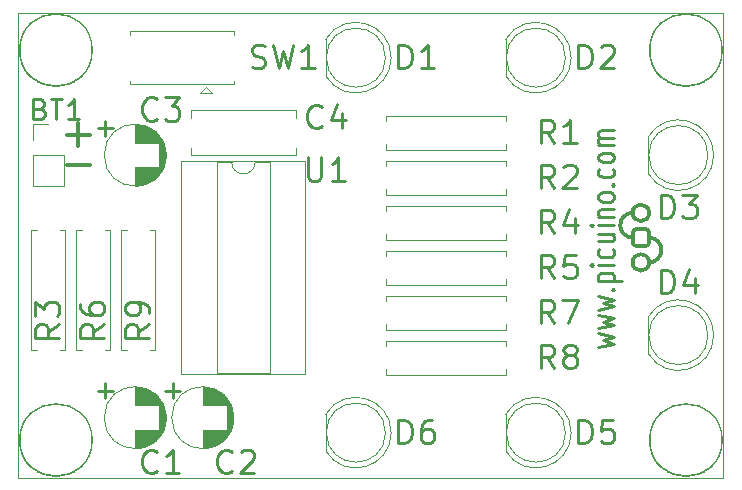
<source format=gbr>
%TF.GenerationSoftware,KiCad,Pcbnew,(5.1.12)-1*%
%TF.CreationDate,2022-03-14T19:12:09+01:00*%
%TF.ProjectId,electronic-pcb-luces-led,656c6563-7472-4696-932d-7063622d6c75,R3*%
%TF.SameCoordinates,PX3072580PY3072580*%
%TF.FileFunction,Legend,Top*%
%TF.FilePolarity,Positive*%
%FSLAX46Y46*%
G04 Gerber Fmt 4.6, Leading zero omitted, Abs format (unit mm)*
G04 Created by KiCad (PCBNEW (5.1.12)-1) date 2022-03-14 19:12:09*
%MOMM*%
%LPD*%
G01*
G04 APERTURE LIST*
%ADD10C,0.300000*%
%ADD11C,0.120000*%
%ADD12C,0.127000*%
%ADD13C,0.250000*%
%ADD14C,6.000000*%
%ADD15R,1.600000X1.600000*%
%ADD16C,1.600000*%
%ADD17C,2.000000*%
%ADD18R,1.800000X1.800000*%
%ADD19C,1.800000*%
%ADD20O,2.400000X1.600000*%
%ADD21R,2.400000X1.600000*%
%ADD22O,2.200000X3.500000*%
%ADD23O,1.500000X2.500000*%
%ADD24R,1.500000X2.500000*%
%ADD25O,1.700000X1.700000*%
%ADD26R,1.700000X1.700000*%
G04 APERTURE END LIST*
D10*
X4127619Y-10338571D02*
X6032380Y-10338571D01*
X5080000Y-11290952D02*
X5080000Y-9386190D01*
X4127619Y-12878571D02*
X6032380Y-12878571D01*
D11*
X59690000Y-39370000D02*
X59690000Y0D01*
X0Y-39370000D02*
X59690000Y-39370000D01*
X0Y-39370000D02*
X0Y0D01*
X59690000Y0D02*
X0Y0D01*
D12*
%TO.C,M3*%
X59563000Y-36195000D02*
G75*
G03*
X59563000Y-36195000I-3048000J0D01*
G01*
X59563000Y-36195000D02*
X58039000Y-33528000D01*
X58039000Y-38862000D02*
X59563000Y-36195000D01*
X54991000Y-38862000D02*
X58039000Y-38862000D01*
X53467000Y-36195000D02*
X54991000Y-38862000D01*
X54991000Y-33528000D02*
X53467000Y-36195000D01*
X58039000Y-33528000D02*
X54991000Y-33528000D01*
X59086554Y-36195000D02*
G75*
G03*
X59086554Y-36195000I-2571554J0D01*
G01*
X58039000Y-36195000D02*
G75*
G03*
X58039000Y-36195000I-1524000J0D01*
G01*
X6223000Y-36195000D02*
G75*
G03*
X6223000Y-36195000I-3048000J0D01*
G01*
X6223000Y-36195000D02*
X4699000Y-33528000D01*
X4699000Y-38862000D02*
X6223000Y-36195000D01*
X1651000Y-38862000D02*
X4699000Y-38862000D01*
X127000Y-36195000D02*
X1651000Y-38862000D01*
X1651000Y-33528000D02*
X127000Y-36195000D01*
X4699000Y-33528000D02*
X1651000Y-33528000D01*
X5746554Y-36195000D02*
G75*
G03*
X5746554Y-36195000I-2571554J0D01*
G01*
X4699000Y-36195000D02*
G75*
G03*
X4699000Y-36195000I-1524000J0D01*
G01*
X6223000Y-3175000D02*
G75*
G03*
X6223000Y-3175000I-3048000J0D01*
G01*
X6223000Y-3175000D02*
X4699000Y-508000D01*
X4699000Y-5842000D02*
X6223000Y-3175000D01*
X1651000Y-5842000D02*
X4699000Y-5842000D01*
X127000Y-3175000D02*
X1651000Y-5842000D01*
X1651000Y-508000D02*
X127000Y-3175000D01*
X4699000Y-508000D02*
X1651000Y-508000D01*
X5746554Y-3175000D02*
G75*
G03*
X5746554Y-3175000I-2571554J0D01*
G01*
X4699000Y-3175000D02*
G75*
G03*
X4699000Y-3175000I-1524000J0D01*
G01*
X59563000Y-3175000D02*
G75*
G03*
X59563000Y-3175000I-3048000J0D01*
G01*
X59563000Y-3175000D02*
X58039000Y-508000D01*
X58039000Y-5842000D02*
X59563000Y-3175000D01*
X54991000Y-5842000D02*
X58039000Y-5842000D01*
X53467000Y-3175000D02*
X54991000Y-5842000D01*
X54991000Y-508000D02*
X53467000Y-3175000D01*
X58039000Y-508000D02*
X54991000Y-508000D01*
X59086554Y-3175000D02*
G75*
G03*
X59086554Y-3175000I-2571554J0D01*
G01*
X58039000Y-3175000D02*
G75*
G03*
X58039000Y-3175000I-1524000J0D01*
G01*
D11*
%TO.C,C1*%
X12491000Y-34006000D02*
X12491000Y-34574000D01*
X12451000Y-33772000D02*
X12451000Y-34808000D01*
X12411000Y-33613000D02*
X12411000Y-34967000D01*
X12371000Y-33485000D02*
X12371000Y-35095000D01*
X12331000Y-33375000D02*
X12331000Y-35205000D01*
X12291000Y-33279000D02*
X12291000Y-35301000D01*
X12251000Y-33192000D02*
X12251000Y-35388000D01*
X12211000Y-33112000D02*
X12211000Y-35468000D01*
X12171000Y-33039000D02*
X12171000Y-35541000D01*
X12131000Y-32971000D02*
X12131000Y-35609000D01*
X12091000Y-32907000D02*
X12091000Y-35673000D01*
X12051000Y-32847000D02*
X12051000Y-35733000D01*
X12011000Y-32790000D02*
X12011000Y-35790000D01*
X11971000Y-32736000D02*
X11971000Y-35844000D01*
X11931000Y-32685000D02*
X11931000Y-35895000D01*
X11891000Y-35330000D02*
X11891000Y-35943000D01*
X11891000Y-32637000D02*
X11891000Y-33250000D01*
X11851000Y-35330000D02*
X11851000Y-35989000D01*
X11851000Y-32591000D02*
X11851000Y-33250000D01*
X11811000Y-35330000D02*
X11811000Y-36033000D01*
X11811000Y-32547000D02*
X11811000Y-33250000D01*
X11771000Y-35330000D02*
X11771000Y-36075000D01*
X11771000Y-32505000D02*
X11771000Y-33250000D01*
X11731000Y-35330000D02*
X11731000Y-36116000D01*
X11731000Y-32464000D02*
X11731000Y-33250000D01*
X11691000Y-35330000D02*
X11691000Y-36154000D01*
X11691000Y-32426000D02*
X11691000Y-33250000D01*
X11651000Y-35330000D02*
X11651000Y-36191000D01*
X11651000Y-32389000D02*
X11651000Y-33250000D01*
X11611000Y-35330000D02*
X11611000Y-36227000D01*
X11611000Y-32353000D02*
X11611000Y-33250000D01*
X11571000Y-35330000D02*
X11571000Y-36261000D01*
X11571000Y-32319000D02*
X11571000Y-33250000D01*
X11531000Y-35330000D02*
X11531000Y-36294000D01*
X11531000Y-32286000D02*
X11531000Y-33250000D01*
X11491000Y-35330000D02*
X11491000Y-36325000D01*
X11491000Y-32255000D02*
X11491000Y-33250000D01*
X11451000Y-35330000D02*
X11451000Y-36355000D01*
X11451000Y-32225000D02*
X11451000Y-33250000D01*
X11411000Y-35330000D02*
X11411000Y-36385000D01*
X11411000Y-32195000D02*
X11411000Y-33250000D01*
X11371000Y-35330000D02*
X11371000Y-36412000D01*
X11371000Y-32168000D02*
X11371000Y-33250000D01*
X11331000Y-35330000D02*
X11331000Y-36439000D01*
X11331000Y-32141000D02*
X11331000Y-33250000D01*
X11291000Y-35330000D02*
X11291000Y-36465000D01*
X11291000Y-32115000D02*
X11291000Y-33250000D01*
X11251000Y-35330000D02*
X11251000Y-36490000D01*
X11251000Y-32090000D02*
X11251000Y-33250000D01*
X11211000Y-35330000D02*
X11211000Y-36514000D01*
X11211000Y-32066000D02*
X11211000Y-33250000D01*
X11171000Y-35330000D02*
X11171000Y-36537000D01*
X11171000Y-32043000D02*
X11171000Y-33250000D01*
X11131000Y-35330000D02*
X11131000Y-36558000D01*
X11131000Y-32022000D02*
X11131000Y-33250000D01*
X11091000Y-35330000D02*
X11091000Y-36580000D01*
X11091000Y-32000000D02*
X11091000Y-33250000D01*
X11051000Y-35330000D02*
X11051000Y-36600000D01*
X11051000Y-31980000D02*
X11051000Y-33250000D01*
X11011000Y-35330000D02*
X11011000Y-36619000D01*
X11011000Y-31961000D02*
X11011000Y-33250000D01*
X10971000Y-35330000D02*
X10971000Y-36638000D01*
X10971000Y-31942000D02*
X10971000Y-33250000D01*
X10931000Y-35330000D02*
X10931000Y-36655000D01*
X10931000Y-31925000D02*
X10931000Y-33250000D01*
X10891000Y-35330000D02*
X10891000Y-36672000D01*
X10891000Y-31908000D02*
X10891000Y-33250000D01*
X10851000Y-35330000D02*
X10851000Y-36688000D01*
X10851000Y-31892000D02*
X10851000Y-33250000D01*
X10811000Y-35330000D02*
X10811000Y-36704000D01*
X10811000Y-31876000D02*
X10811000Y-33250000D01*
X10771000Y-35330000D02*
X10771000Y-36718000D01*
X10771000Y-31862000D02*
X10771000Y-33250000D01*
X10731000Y-35330000D02*
X10731000Y-36732000D01*
X10731000Y-31848000D02*
X10731000Y-33250000D01*
X10691000Y-35330000D02*
X10691000Y-36745000D01*
X10691000Y-31835000D02*
X10691000Y-33250000D01*
X10651000Y-35330000D02*
X10651000Y-36758000D01*
X10651000Y-31822000D02*
X10651000Y-33250000D01*
X10611000Y-35330000D02*
X10611000Y-36770000D01*
X10611000Y-31810000D02*
X10611000Y-33250000D01*
X10570000Y-35330000D02*
X10570000Y-36781000D01*
X10570000Y-31799000D02*
X10570000Y-33250000D01*
X10530000Y-35330000D02*
X10530000Y-36791000D01*
X10530000Y-31789000D02*
X10530000Y-33250000D01*
X10490000Y-35330000D02*
X10490000Y-36801000D01*
X10490000Y-31779000D02*
X10490000Y-33250000D01*
X10450000Y-35330000D02*
X10450000Y-36810000D01*
X10450000Y-31770000D02*
X10450000Y-33250000D01*
X10410000Y-35330000D02*
X10410000Y-36818000D01*
X10410000Y-31762000D02*
X10410000Y-33250000D01*
X10370000Y-35330000D02*
X10370000Y-36826000D01*
X10370000Y-31754000D02*
X10370000Y-33250000D01*
X10330000Y-35330000D02*
X10330000Y-36833000D01*
X10330000Y-31747000D02*
X10330000Y-33250000D01*
X10290000Y-35330000D02*
X10290000Y-36840000D01*
X10290000Y-31740000D02*
X10290000Y-33250000D01*
X10250000Y-35330000D02*
X10250000Y-36846000D01*
X10250000Y-31734000D02*
X10250000Y-33250000D01*
X10210000Y-35330000D02*
X10210000Y-36851000D01*
X10210000Y-31729000D02*
X10210000Y-33250000D01*
X10170000Y-35330000D02*
X10170000Y-36855000D01*
X10170000Y-31725000D02*
X10170000Y-33250000D01*
X10130000Y-35330000D02*
X10130000Y-36859000D01*
X10130000Y-31721000D02*
X10130000Y-33250000D01*
X10090000Y-35330000D02*
X10090000Y-36863000D01*
X10090000Y-31717000D02*
X10090000Y-33250000D01*
X10050000Y-35330000D02*
X10050000Y-36866000D01*
X10050000Y-31714000D02*
X10050000Y-33250000D01*
X10010000Y-35330000D02*
X10010000Y-36868000D01*
X10010000Y-31712000D02*
X10010000Y-33250000D01*
X9970000Y-35330000D02*
X9970000Y-36869000D01*
X9970000Y-31711000D02*
X9970000Y-33250000D01*
X9930000Y-31710000D02*
X9930000Y-33250000D01*
X9930000Y-35330000D02*
X9930000Y-36870000D01*
X9890000Y-31710000D02*
X9890000Y-33250000D01*
X9890000Y-35330000D02*
X9890000Y-36870000D01*
X12510000Y-34290000D02*
G75*
G03*
X12510000Y-34290000I-2620000J0D01*
G01*
D13*
X7366000Y-31369000D02*
X7366000Y-32639000D01*
X8001000Y-32004000D02*
X6731000Y-32004000D01*
D11*
%TO.C,R3*%
X1580000Y-28565000D02*
X1100000Y-28565000D01*
X1100000Y-28565000D02*
X1100000Y-18425000D01*
X1100000Y-18425000D02*
X1580000Y-18425000D01*
X3500000Y-28565000D02*
X3980000Y-28565000D01*
X3980000Y-28565000D02*
X3980000Y-18425000D01*
X3980000Y-18425000D02*
X3500000Y-18425000D01*
%TO.C,R1*%
X41265000Y-11120000D02*
X41265000Y-11600000D01*
X41265000Y-11600000D02*
X31125000Y-11600000D01*
X31125000Y-11600000D02*
X31125000Y-11120000D01*
X41265000Y-9200000D02*
X41265000Y-8720000D01*
X41265000Y-8720000D02*
X31125000Y-8720000D01*
X31125000Y-8720000D02*
X31125000Y-9200000D01*
D10*
%TO.C,Picuino_Logo_B6*%
X53406040Y-18651220D02*
X53406040Y-19448780D01*
X53103780Y-19751040D02*
X52306220Y-19751040D01*
X53403500Y-21150580D02*
G75*
G03*
X53403500Y-21150580I-698500J0D01*
G01*
X52306220Y-18348960D02*
X53103780Y-18348960D01*
X52003960Y-19448780D02*
X52003960Y-18651220D01*
X53403500Y-16949420D02*
G75*
G03*
X53403500Y-16949420I-698500J0D01*
G01*
X50952400Y-17998440D02*
G75*
G03*
X52003960Y-19050000I1051560J0D01*
G01*
X52003960Y-19448780D02*
G75*
G03*
X52306220Y-19751040I302260J0D01*
G01*
X53406040Y-18651220D02*
G75*
G03*
X53103780Y-18348960I-302260J0D01*
G01*
X52003960Y-16949420D02*
G75*
G03*
X50954940Y-17998440I0J-1049020D01*
G01*
X53406040Y-21150580D02*
G75*
G03*
X54455060Y-20101560I0J1049020D01*
G01*
X54457600Y-20101560D02*
G75*
G03*
X53406040Y-19050000I-1051560J0D01*
G01*
X53103780Y-19751040D02*
G75*
G03*
X53406040Y-19448780I0J302260D01*
G01*
X52306220Y-18348960D02*
G75*
G03*
X52003960Y-18651220I0J-302260D01*
G01*
D11*
%TO.C,C2*%
X18206000Y-34006000D02*
X18206000Y-34574000D01*
X18166000Y-33772000D02*
X18166000Y-34808000D01*
X18126000Y-33613000D02*
X18126000Y-34967000D01*
X18086000Y-33485000D02*
X18086000Y-35095000D01*
X18046000Y-33375000D02*
X18046000Y-35205000D01*
X18006000Y-33279000D02*
X18006000Y-35301000D01*
X17966000Y-33192000D02*
X17966000Y-35388000D01*
X17926000Y-33112000D02*
X17926000Y-35468000D01*
X17886000Y-33039000D02*
X17886000Y-35541000D01*
X17846000Y-32971000D02*
X17846000Y-35609000D01*
X17806000Y-32907000D02*
X17806000Y-35673000D01*
X17766000Y-32847000D02*
X17766000Y-35733000D01*
X17726000Y-32790000D02*
X17726000Y-35790000D01*
X17686000Y-32736000D02*
X17686000Y-35844000D01*
X17646000Y-32685000D02*
X17646000Y-35895000D01*
X17606000Y-35330000D02*
X17606000Y-35943000D01*
X17606000Y-32637000D02*
X17606000Y-33250000D01*
X17566000Y-35330000D02*
X17566000Y-35989000D01*
X17566000Y-32591000D02*
X17566000Y-33250000D01*
X17526000Y-35330000D02*
X17526000Y-36033000D01*
X17526000Y-32547000D02*
X17526000Y-33250000D01*
X17486000Y-35330000D02*
X17486000Y-36075000D01*
X17486000Y-32505000D02*
X17486000Y-33250000D01*
X17446000Y-35330000D02*
X17446000Y-36116000D01*
X17446000Y-32464000D02*
X17446000Y-33250000D01*
X17406000Y-35330000D02*
X17406000Y-36154000D01*
X17406000Y-32426000D02*
X17406000Y-33250000D01*
X17366000Y-35330000D02*
X17366000Y-36191000D01*
X17366000Y-32389000D02*
X17366000Y-33250000D01*
X17326000Y-35330000D02*
X17326000Y-36227000D01*
X17326000Y-32353000D02*
X17326000Y-33250000D01*
X17286000Y-35330000D02*
X17286000Y-36261000D01*
X17286000Y-32319000D02*
X17286000Y-33250000D01*
X17246000Y-35330000D02*
X17246000Y-36294000D01*
X17246000Y-32286000D02*
X17246000Y-33250000D01*
X17206000Y-35330000D02*
X17206000Y-36325000D01*
X17206000Y-32255000D02*
X17206000Y-33250000D01*
X17166000Y-35330000D02*
X17166000Y-36355000D01*
X17166000Y-32225000D02*
X17166000Y-33250000D01*
X17126000Y-35330000D02*
X17126000Y-36385000D01*
X17126000Y-32195000D02*
X17126000Y-33250000D01*
X17086000Y-35330000D02*
X17086000Y-36412000D01*
X17086000Y-32168000D02*
X17086000Y-33250000D01*
X17046000Y-35330000D02*
X17046000Y-36439000D01*
X17046000Y-32141000D02*
X17046000Y-33250000D01*
X17006000Y-35330000D02*
X17006000Y-36465000D01*
X17006000Y-32115000D02*
X17006000Y-33250000D01*
X16966000Y-35330000D02*
X16966000Y-36490000D01*
X16966000Y-32090000D02*
X16966000Y-33250000D01*
X16926000Y-35330000D02*
X16926000Y-36514000D01*
X16926000Y-32066000D02*
X16926000Y-33250000D01*
X16886000Y-35330000D02*
X16886000Y-36537000D01*
X16886000Y-32043000D02*
X16886000Y-33250000D01*
X16846000Y-35330000D02*
X16846000Y-36558000D01*
X16846000Y-32022000D02*
X16846000Y-33250000D01*
X16806000Y-35330000D02*
X16806000Y-36580000D01*
X16806000Y-32000000D02*
X16806000Y-33250000D01*
X16766000Y-35330000D02*
X16766000Y-36600000D01*
X16766000Y-31980000D02*
X16766000Y-33250000D01*
X16726000Y-35330000D02*
X16726000Y-36619000D01*
X16726000Y-31961000D02*
X16726000Y-33250000D01*
X16686000Y-35330000D02*
X16686000Y-36638000D01*
X16686000Y-31942000D02*
X16686000Y-33250000D01*
X16646000Y-35330000D02*
X16646000Y-36655000D01*
X16646000Y-31925000D02*
X16646000Y-33250000D01*
X16606000Y-35330000D02*
X16606000Y-36672000D01*
X16606000Y-31908000D02*
X16606000Y-33250000D01*
X16566000Y-35330000D02*
X16566000Y-36688000D01*
X16566000Y-31892000D02*
X16566000Y-33250000D01*
X16526000Y-35330000D02*
X16526000Y-36704000D01*
X16526000Y-31876000D02*
X16526000Y-33250000D01*
X16486000Y-35330000D02*
X16486000Y-36718000D01*
X16486000Y-31862000D02*
X16486000Y-33250000D01*
X16446000Y-35330000D02*
X16446000Y-36732000D01*
X16446000Y-31848000D02*
X16446000Y-33250000D01*
X16406000Y-35330000D02*
X16406000Y-36745000D01*
X16406000Y-31835000D02*
X16406000Y-33250000D01*
X16366000Y-35330000D02*
X16366000Y-36758000D01*
X16366000Y-31822000D02*
X16366000Y-33250000D01*
X16326000Y-35330000D02*
X16326000Y-36770000D01*
X16326000Y-31810000D02*
X16326000Y-33250000D01*
X16285000Y-35330000D02*
X16285000Y-36781000D01*
X16285000Y-31799000D02*
X16285000Y-33250000D01*
X16245000Y-35330000D02*
X16245000Y-36791000D01*
X16245000Y-31789000D02*
X16245000Y-33250000D01*
X16205000Y-35330000D02*
X16205000Y-36801000D01*
X16205000Y-31779000D02*
X16205000Y-33250000D01*
X16165000Y-35330000D02*
X16165000Y-36810000D01*
X16165000Y-31770000D02*
X16165000Y-33250000D01*
X16125000Y-35330000D02*
X16125000Y-36818000D01*
X16125000Y-31762000D02*
X16125000Y-33250000D01*
X16085000Y-35330000D02*
X16085000Y-36826000D01*
X16085000Y-31754000D02*
X16085000Y-33250000D01*
X16045000Y-35330000D02*
X16045000Y-36833000D01*
X16045000Y-31747000D02*
X16045000Y-33250000D01*
X16005000Y-35330000D02*
X16005000Y-36840000D01*
X16005000Y-31740000D02*
X16005000Y-33250000D01*
X15965000Y-35330000D02*
X15965000Y-36846000D01*
X15965000Y-31734000D02*
X15965000Y-33250000D01*
X15925000Y-35330000D02*
X15925000Y-36851000D01*
X15925000Y-31729000D02*
X15925000Y-33250000D01*
X15885000Y-35330000D02*
X15885000Y-36855000D01*
X15885000Y-31725000D02*
X15885000Y-33250000D01*
X15845000Y-35330000D02*
X15845000Y-36859000D01*
X15845000Y-31721000D02*
X15845000Y-33250000D01*
X15805000Y-35330000D02*
X15805000Y-36863000D01*
X15805000Y-31717000D02*
X15805000Y-33250000D01*
X15765000Y-35330000D02*
X15765000Y-36866000D01*
X15765000Y-31714000D02*
X15765000Y-33250000D01*
X15725000Y-35330000D02*
X15725000Y-36868000D01*
X15725000Y-31712000D02*
X15725000Y-33250000D01*
X15685000Y-35330000D02*
X15685000Y-36869000D01*
X15685000Y-31711000D02*
X15685000Y-33250000D01*
X15645000Y-31710000D02*
X15645000Y-33250000D01*
X15645000Y-35330000D02*
X15645000Y-36870000D01*
X15605000Y-31710000D02*
X15605000Y-33250000D01*
X15605000Y-35330000D02*
X15605000Y-36870000D01*
X18225000Y-34290000D02*
G75*
G03*
X18225000Y-34290000I-2620000J0D01*
G01*
D13*
X13081000Y-31369000D02*
X13081000Y-32639000D01*
X13716000Y-32004000D02*
X12446000Y-32004000D01*
%TO.C,C3*%
X8001000Y-9779000D02*
X6731000Y-9779000D01*
X7366000Y-9144000D02*
X7366000Y-10414000D01*
D11*
X12510000Y-12065000D02*
G75*
G03*
X12510000Y-12065000I-2620000J0D01*
G01*
X9890000Y-13105000D02*
X9890000Y-14645000D01*
X9890000Y-9485000D02*
X9890000Y-11025000D01*
X9930000Y-13105000D02*
X9930000Y-14645000D01*
X9930000Y-9485000D02*
X9930000Y-11025000D01*
X9970000Y-9486000D02*
X9970000Y-11025000D01*
X9970000Y-13105000D02*
X9970000Y-14644000D01*
X10010000Y-9487000D02*
X10010000Y-11025000D01*
X10010000Y-13105000D02*
X10010000Y-14643000D01*
X10050000Y-9489000D02*
X10050000Y-11025000D01*
X10050000Y-13105000D02*
X10050000Y-14641000D01*
X10090000Y-9492000D02*
X10090000Y-11025000D01*
X10090000Y-13105000D02*
X10090000Y-14638000D01*
X10130000Y-9496000D02*
X10130000Y-11025000D01*
X10130000Y-13105000D02*
X10130000Y-14634000D01*
X10170000Y-9500000D02*
X10170000Y-11025000D01*
X10170000Y-13105000D02*
X10170000Y-14630000D01*
X10210000Y-9504000D02*
X10210000Y-11025000D01*
X10210000Y-13105000D02*
X10210000Y-14626000D01*
X10250000Y-9509000D02*
X10250000Y-11025000D01*
X10250000Y-13105000D02*
X10250000Y-14621000D01*
X10290000Y-9515000D02*
X10290000Y-11025000D01*
X10290000Y-13105000D02*
X10290000Y-14615000D01*
X10330000Y-9522000D02*
X10330000Y-11025000D01*
X10330000Y-13105000D02*
X10330000Y-14608000D01*
X10370000Y-9529000D02*
X10370000Y-11025000D01*
X10370000Y-13105000D02*
X10370000Y-14601000D01*
X10410000Y-9537000D02*
X10410000Y-11025000D01*
X10410000Y-13105000D02*
X10410000Y-14593000D01*
X10450000Y-9545000D02*
X10450000Y-11025000D01*
X10450000Y-13105000D02*
X10450000Y-14585000D01*
X10490000Y-9554000D02*
X10490000Y-11025000D01*
X10490000Y-13105000D02*
X10490000Y-14576000D01*
X10530000Y-9564000D02*
X10530000Y-11025000D01*
X10530000Y-13105000D02*
X10530000Y-14566000D01*
X10570000Y-9574000D02*
X10570000Y-11025000D01*
X10570000Y-13105000D02*
X10570000Y-14556000D01*
X10611000Y-9585000D02*
X10611000Y-11025000D01*
X10611000Y-13105000D02*
X10611000Y-14545000D01*
X10651000Y-9597000D02*
X10651000Y-11025000D01*
X10651000Y-13105000D02*
X10651000Y-14533000D01*
X10691000Y-9610000D02*
X10691000Y-11025000D01*
X10691000Y-13105000D02*
X10691000Y-14520000D01*
X10731000Y-9623000D02*
X10731000Y-11025000D01*
X10731000Y-13105000D02*
X10731000Y-14507000D01*
X10771000Y-9637000D02*
X10771000Y-11025000D01*
X10771000Y-13105000D02*
X10771000Y-14493000D01*
X10811000Y-9651000D02*
X10811000Y-11025000D01*
X10811000Y-13105000D02*
X10811000Y-14479000D01*
X10851000Y-9667000D02*
X10851000Y-11025000D01*
X10851000Y-13105000D02*
X10851000Y-14463000D01*
X10891000Y-9683000D02*
X10891000Y-11025000D01*
X10891000Y-13105000D02*
X10891000Y-14447000D01*
X10931000Y-9700000D02*
X10931000Y-11025000D01*
X10931000Y-13105000D02*
X10931000Y-14430000D01*
X10971000Y-9717000D02*
X10971000Y-11025000D01*
X10971000Y-13105000D02*
X10971000Y-14413000D01*
X11011000Y-9736000D02*
X11011000Y-11025000D01*
X11011000Y-13105000D02*
X11011000Y-14394000D01*
X11051000Y-9755000D02*
X11051000Y-11025000D01*
X11051000Y-13105000D02*
X11051000Y-14375000D01*
X11091000Y-9775000D02*
X11091000Y-11025000D01*
X11091000Y-13105000D02*
X11091000Y-14355000D01*
X11131000Y-9797000D02*
X11131000Y-11025000D01*
X11131000Y-13105000D02*
X11131000Y-14333000D01*
X11171000Y-9818000D02*
X11171000Y-11025000D01*
X11171000Y-13105000D02*
X11171000Y-14312000D01*
X11211000Y-9841000D02*
X11211000Y-11025000D01*
X11211000Y-13105000D02*
X11211000Y-14289000D01*
X11251000Y-9865000D02*
X11251000Y-11025000D01*
X11251000Y-13105000D02*
X11251000Y-14265000D01*
X11291000Y-9890000D02*
X11291000Y-11025000D01*
X11291000Y-13105000D02*
X11291000Y-14240000D01*
X11331000Y-9916000D02*
X11331000Y-11025000D01*
X11331000Y-13105000D02*
X11331000Y-14214000D01*
X11371000Y-9943000D02*
X11371000Y-11025000D01*
X11371000Y-13105000D02*
X11371000Y-14187000D01*
X11411000Y-9970000D02*
X11411000Y-11025000D01*
X11411000Y-13105000D02*
X11411000Y-14160000D01*
X11451000Y-10000000D02*
X11451000Y-11025000D01*
X11451000Y-13105000D02*
X11451000Y-14130000D01*
X11491000Y-10030000D02*
X11491000Y-11025000D01*
X11491000Y-13105000D02*
X11491000Y-14100000D01*
X11531000Y-10061000D02*
X11531000Y-11025000D01*
X11531000Y-13105000D02*
X11531000Y-14069000D01*
X11571000Y-10094000D02*
X11571000Y-11025000D01*
X11571000Y-13105000D02*
X11571000Y-14036000D01*
X11611000Y-10128000D02*
X11611000Y-11025000D01*
X11611000Y-13105000D02*
X11611000Y-14002000D01*
X11651000Y-10164000D02*
X11651000Y-11025000D01*
X11651000Y-13105000D02*
X11651000Y-13966000D01*
X11691000Y-10201000D02*
X11691000Y-11025000D01*
X11691000Y-13105000D02*
X11691000Y-13929000D01*
X11731000Y-10239000D02*
X11731000Y-11025000D01*
X11731000Y-13105000D02*
X11731000Y-13891000D01*
X11771000Y-10280000D02*
X11771000Y-11025000D01*
X11771000Y-13105000D02*
X11771000Y-13850000D01*
X11811000Y-10322000D02*
X11811000Y-11025000D01*
X11811000Y-13105000D02*
X11811000Y-13808000D01*
X11851000Y-10366000D02*
X11851000Y-11025000D01*
X11851000Y-13105000D02*
X11851000Y-13764000D01*
X11891000Y-10412000D02*
X11891000Y-11025000D01*
X11891000Y-13105000D02*
X11891000Y-13718000D01*
X11931000Y-10460000D02*
X11931000Y-13670000D01*
X11971000Y-10511000D02*
X11971000Y-13619000D01*
X12011000Y-10565000D02*
X12011000Y-13565000D01*
X12051000Y-10622000D02*
X12051000Y-13508000D01*
X12091000Y-10682000D02*
X12091000Y-13448000D01*
X12131000Y-10746000D02*
X12131000Y-13384000D01*
X12171000Y-10814000D02*
X12171000Y-13316000D01*
X12211000Y-10887000D02*
X12211000Y-13243000D01*
X12251000Y-10967000D02*
X12251000Y-13163000D01*
X12291000Y-11054000D02*
X12291000Y-13076000D01*
X12331000Y-11150000D02*
X12331000Y-12980000D01*
X12371000Y-11260000D02*
X12371000Y-12870000D01*
X12411000Y-11388000D02*
X12411000Y-12742000D01*
X12451000Y-11547000D02*
X12451000Y-12583000D01*
X12491000Y-11781000D02*
X12491000Y-12349000D01*
%TO.C,R5*%
X31125000Y-20150000D02*
X31125000Y-20630000D01*
X41265000Y-20150000D02*
X31125000Y-20150000D01*
X41265000Y-20630000D02*
X41265000Y-20150000D01*
X31125000Y-23030000D02*
X31125000Y-22550000D01*
X41265000Y-23030000D02*
X31125000Y-23030000D01*
X41265000Y-22550000D02*
X41265000Y-23030000D01*
%TO.C,R6*%
X5390000Y-28565000D02*
X4910000Y-28565000D01*
X4910000Y-28565000D02*
X4910000Y-18425000D01*
X4910000Y-18425000D02*
X5390000Y-18425000D01*
X7310000Y-28565000D02*
X7790000Y-28565000D01*
X7790000Y-28565000D02*
X7790000Y-18425000D01*
X7790000Y-18425000D02*
X7310000Y-18425000D01*
%TO.C,R7*%
X31125000Y-23960000D02*
X31125000Y-24440000D01*
X41265000Y-23960000D02*
X31125000Y-23960000D01*
X41265000Y-24440000D02*
X41265000Y-23960000D01*
X31125000Y-26840000D02*
X31125000Y-26360000D01*
X41265000Y-26840000D02*
X31125000Y-26840000D01*
X41265000Y-26360000D02*
X41265000Y-26840000D01*
%TO.C,R8*%
X41265000Y-30170000D02*
X41265000Y-30650000D01*
X41265000Y-30650000D02*
X31125000Y-30650000D01*
X31125000Y-30650000D02*
X31125000Y-30170000D01*
X41265000Y-28250000D02*
X41265000Y-27770000D01*
X41265000Y-27770000D02*
X31125000Y-27770000D01*
X31125000Y-27770000D02*
X31125000Y-28250000D01*
%TO.C,R9*%
X11600000Y-18425000D02*
X11120000Y-18425000D01*
X11600000Y-28565000D02*
X11600000Y-18425000D01*
X11120000Y-28565000D02*
X11600000Y-28565000D01*
X8720000Y-18425000D02*
X9200000Y-18425000D01*
X8720000Y-28565000D02*
X8720000Y-18425000D01*
X9200000Y-28565000D02*
X8720000Y-28565000D01*
%TO.C,R4*%
X31125000Y-16340000D02*
X31125000Y-16820000D01*
X41265000Y-16340000D02*
X31125000Y-16340000D01*
X41265000Y-16820000D02*
X41265000Y-16340000D01*
X31125000Y-19220000D02*
X31125000Y-18740000D01*
X41265000Y-19220000D02*
X31125000Y-19220000D01*
X41265000Y-18740000D02*
X41265000Y-19220000D01*
%TO.C,D1*%
X31075000Y-3810000D02*
G75*
G03*
X31075000Y-3810000I-2500000J0D01*
G01*
X26015000Y-2265000D02*
X26015000Y-5355000D01*
X31565000Y-3810462D02*
G75*
G03*
X26015000Y-2265170I-2990000J462D01*
G01*
X31565000Y-3809538D02*
G75*
G02*
X26015000Y-5354830I-2990000J-462D01*
G01*
%TO.C,D2*%
X46315000Y-3810000D02*
G75*
G03*
X46315000Y-3810000I-2500000J0D01*
G01*
X41255000Y-2265000D02*
X41255000Y-5355000D01*
X46805000Y-3810462D02*
G75*
G03*
X41255000Y-2265170I-2990000J462D01*
G01*
X46805000Y-3809538D02*
G75*
G02*
X41255000Y-5354830I-2990000J-462D01*
G01*
%TO.C,D3*%
X53320000Y-10520000D02*
X53320000Y-13610000D01*
X58380000Y-12065000D02*
G75*
G03*
X58380000Y-12065000I-2500000J0D01*
G01*
X58870000Y-12064538D02*
G75*
G02*
X53320000Y-13609830I-2990000J-462D01*
G01*
X58870000Y-12065462D02*
G75*
G03*
X53320000Y-10520170I-2990000J462D01*
G01*
%TO.C,D4*%
X58380000Y-27305000D02*
G75*
G03*
X58380000Y-27305000I-2500000J0D01*
G01*
X53320000Y-25760000D02*
X53320000Y-28850000D01*
X58870000Y-27305462D02*
G75*
G03*
X53320000Y-25760170I-2990000J462D01*
G01*
X58870000Y-27304538D02*
G75*
G02*
X53320000Y-28849830I-2990000J-462D01*
G01*
%TO.C,D5*%
X41255000Y-34015000D02*
X41255000Y-37105000D01*
X46315000Y-35560000D02*
G75*
G03*
X46315000Y-35560000I-2500000J0D01*
G01*
X46805000Y-35559538D02*
G75*
G02*
X41255000Y-37104830I-2990000J-462D01*
G01*
X46805000Y-35560462D02*
G75*
G03*
X41255000Y-34015170I-2990000J462D01*
G01*
%TO.C,D6*%
X26015000Y-34015000D02*
X26015000Y-37105000D01*
X31075000Y-35560000D02*
G75*
G03*
X31075000Y-35560000I-2500000J0D01*
G01*
X31565000Y-35559538D02*
G75*
G02*
X26015000Y-37104830I-2990000J-462D01*
G01*
X31565000Y-35560462D02*
G75*
G03*
X26015000Y-34015170I-2990000J462D01*
G01*
%TO.C,U1*%
X24300000Y-12580000D02*
X13800000Y-12580000D01*
X24300000Y-30600000D02*
X24300000Y-12580000D01*
X13800000Y-30600000D02*
X24300000Y-30600000D01*
X13800000Y-12580000D02*
X13800000Y-30600000D01*
X21300000Y-12640000D02*
X20050000Y-12640000D01*
X21300000Y-30540000D02*
X21300000Y-12640000D01*
X16800000Y-30540000D02*
X21300000Y-30540000D01*
X16800000Y-12640000D02*
X16800000Y-30540000D01*
X18050000Y-12640000D02*
X16800000Y-12640000D01*
X20050000Y-12640000D02*
G75*
G02*
X18050000Y-12640000I-1000000J0D01*
G01*
%TO.C,R2*%
X31125000Y-12530000D02*
X31125000Y-13010000D01*
X41265000Y-12530000D02*
X31125000Y-12530000D01*
X41265000Y-13010000D02*
X41265000Y-12530000D01*
X31125000Y-15410000D02*
X31125000Y-14930000D01*
X41265000Y-15410000D02*
X31125000Y-15410000D01*
X41265000Y-14930000D02*
X41265000Y-15410000D01*
%TO.C,SW1*%
X18285000Y-6070000D02*
X9465000Y-6070000D01*
X9465000Y-6070000D02*
X9465000Y-5760000D01*
X9465000Y-1550000D02*
X18285000Y-1550000D01*
X18285000Y-5760000D02*
X18285000Y-6070000D01*
X18285000Y-1550000D02*
X18285000Y-1860000D01*
X9465000Y-1550000D02*
X9465000Y-1860000D01*
X16375000Y-6770000D02*
X15875000Y-6270000D01*
X15875000Y-6270000D02*
X15375000Y-6770000D01*
X15375000Y-6770000D02*
X16375000Y-6770000D01*
%TO.C,BT1*%
X1210000Y-9465000D02*
X2540000Y-9465000D01*
X1210000Y-10795000D02*
X1210000Y-9465000D01*
X1210000Y-12065000D02*
X3870000Y-12065000D01*
X3870000Y-12065000D02*
X3870000Y-14665000D01*
X1210000Y-12065000D02*
X1210000Y-14665000D01*
X1210000Y-14665000D02*
X3870000Y-14665000D01*
%TO.C,C4*%
X23495000Y-11430000D02*
X23495000Y-12065000D01*
X23495000Y-12065000D02*
X14605000Y-12065000D01*
X14605000Y-12065000D02*
X14605000Y-11430000D01*
X14605000Y-8890000D02*
X14605000Y-8255000D01*
X14605000Y-8255000D02*
X23495000Y-8255000D01*
X23495000Y-8255000D02*
X23495000Y-8890000D01*
%TO.C,C1*%
D13*
X11731666Y-38814285D02*
X11636428Y-38909523D01*
X11350714Y-39004761D01*
X11160238Y-39004761D01*
X10874523Y-38909523D01*
X10684047Y-38719047D01*
X10588809Y-38528571D01*
X10493571Y-38147619D01*
X10493571Y-37861904D01*
X10588809Y-37480952D01*
X10684047Y-37290476D01*
X10874523Y-37100000D01*
X11160238Y-37004761D01*
X11350714Y-37004761D01*
X11636428Y-37100000D01*
X11731666Y-37195238D01*
X13636428Y-39004761D02*
X12493571Y-39004761D01*
X13065000Y-39004761D02*
X13065000Y-37004761D01*
X12874523Y-37290476D01*
X12684047Y-37480952D01*
X12493571Y-37576190D01*
%TO.C,R3*%
X3444761Y-26368333D02*
X2492380Y-27035000D01*
X3444761Y-27511190D02*
X1444761Y-27511190D01*
X1444761Y-26749285D01*
X1540000Y-26558809D01*
X1635238Y-26463571D01*
X1825714Y-26368333D01*
X2111428Y-26368333D01*
X2301904Y-26463571D01*
X2397142Y-26558809D01*
X2492380Y-26749285D01*
X2492380Y-27511190D01*
X1444761Y-25701666D02*
X1444761Y-24463571D01*
X2206666Y-25130238D01*
X2206666Y-24844523D01*
X2301904Y-24654047D01*
X2397142Y-24558809D01*
X2587619Y-24463571D01*
X3063809Y-24463571D01*
X3254285Y-24558809D01*
X3349523Y-24654047D01*
X3444761Y-24844523D01*
X3444761Y-25415952D01*
X3349523Y-25606428D01*
X3254285Y-25701666D01*
%TO.C,R1*%
X45386666Y-11064761D02*
X44720000Y-10112380D01*
X44243809Y-11064761D02*
X44243809Y-9064761D01*
X45005714Y-9064761D01*
X45196190Y-9160000D01*
X45291428Y-9255238D01*
X45386666Y-9445714D01*
X45386666Y-9731428D01*
X45291428Y-9921904D01*
X45196190Y-10017142D01*
X45005714Y-10112380D01*
X44243809Y-10112380D01*
X47291428Y-11064761D02*
X46148571Y-11064761D01*
X46720000Y-11064761D02*
X46720000Y-9064761D01*
X46529523Y-9350476D01*
X46339047Y-9540952D01*
X46148571Y-9636190D01*
%TO.C,Picuino_Logo_B6*%
X49101428Y-28300000D02*
X50434761Y-28014285D01*
X49482380Y-27728571D01*
X50434761Y-27442857D01*
X49101428Y-27157142D01*
X49101428Y-26728571D02*
X50434761Y-26442857D01*
X49482380Y-26157142D01*
X50434761Y-25871428D01*
X49101428Y-25585714D01*
X49101428Y-25157142D02*
X50434761Y-24871428D01*
X49482380Y-24585714D01*
X50434761Y-24300000D01*
X49101428Y-24014285D01*
X50244285Y-23442857D02*
X50339523Y-23371428D01*
X50434761Y-23442857D01*
X50339523Y-23514285D01*
X50244285Y-23442857D01*
X50434761Y-23442857D01*
X49101428Y-22728571D02*
X51101428Y-22728571D01*
X49196666Y-22728571D02*
X49101428Y-22585714D01*
X49101428Y-22300000D01*
X49196666Y-22157142D01*
X49291904Y-22085714D01*
X49482380Y-22014285D01*
X50053809Y-22014285D01*
X50244285Y-22085714D01*
X50339523Y-22157142D01*
X50434761Y-22300000D01*
X50434761Y-22585714D01*
X50339523Y-22728571D01*
X50434761Y-21371428D02*
X49101428Y-21371428D01*
X48434761Y-21371428D02*
X48530000Y-21442857D01*
X48625238Y-21371428D01*
X48530000Y-21300000D01*
X48434761Y-21371428D01*
X48625238Y-21371428D01*
X50339523Y-20014285D02*
X50434761Y-20157142D01*
X50434761Y-20442857D01*
X50339523Y-20585714D01*
X50244285Y-20657142D01*
X50053809Y-20728571D01*
X49482380Y-20728571D01*
X49291904Y-20657142D01*
X49196666Y-20585714D01*
X49101428Y-20442857D01*
X49101428Y-20157142D01*
X49196666Y-20014285D01*
X49101428Y-18728571D02*
X50434761Y-18728571D01*
X49101428Y-19371428D02*
X50149047Y-19371428D01*
X50339523Y-19300000D01*
X50434761Y-19157142D01*
X50434761Y-18942857D01*
X50339523Y-18800000D01*
X50244285Y-18728571D01*
X50434761Y-18014285D02*
X49101428Y-18014285D01*
X48434761Y-18014285D02*
X48530000Y-18085714D01*
X48625238Y-18014285D01*
X48530000Y-17942857D01*
X48434761Y-18014285D01*
X48625238Y-18014285D01*
X49101428Y-17300000D02*
X50434761Y-17300000D01*
X49291904Y-17300000D02*
X49196666Y-17228571D01*
X49101428Y-17085714D01*
X49101428Y-16871428D01*
X49196666Y-16728571D01*
X49387142Y-16657142D01*
X50434761Y-16657142D01*
X50434761Y-15728571D02*
X50339523Y-15871428D01*
X50244285Y-15942857D01*
X50053809Y-16014285D01*
X49482380Y-16014285D01*
X49291904Y-15942857D01*
X49196666Y-15871428D01*
X49101428Y-15728571D01*
X49101428Y-15514285D01*
X49196666Y-15371428D01*
X49291904Y-15300000D01*
X49482380Y-15228571D01*
X50053809Y-15228571D01*
X50244285Y-15300000D01*
X50339523Y-15371428D01*
X50434761Y-15514285D01*
X50434761Y-15728571D01*
X50244285Y-14585714D02*
X50339523Y-14514285D01*
X50434761Y-14585714D01*
X50339523Y-14657142D01*
X50244285Y-14585714D01*
X50434761Y-14585714D01*
X50339523Y-13228571D02*
X50434761Y-13371428D01*
X50434761Y-13657142D01*
X50339523Y-13800000D01*
X50244285Y-13871428D01*
X50053809Y-13942857D01*
X49482380Y-13942857D01*
X49291904Y-13871428D01*
X49196666Y-13800000D01*
X49101428Y-13657142D01*
X49101428Y-13371428D01*
X49196666Y-13228571D01*
X50434761Y-12371428D02*
X50339523Y-12514285D01*
X50244285Y-12585714D01*
X50053809Y-12657142D01*
X49482380Y-12657142D01*
X49291904Y-12585714D01*
X49196666Y-12514285D01*
X49101428Y-12371428D01*
X49101428Y-12157142D01*
X49196666Y-12014285D01*
X49291904Y-11942857D01*
X49482380Y-11871428D01*
X50053809Y-11871428D01*
X50244285Y-11942857D01*
X50339523Y-12014285D01*
X50434761Y-12157142D01*
X50434761Y-12371428D01*
X50434761Y-11228571D02*
X49101428Y-11228571D01*
X49291904Y-11228571D02*
X49196666Y-11157142D01*
X49101428Y-11014285D01*
X49101428Y-10800000D01*
X49196666Y-10657142D01*
X49387142Y-10585714D01*
X50434761Y-10585714D01*
X49387142Y-10585714D02*
X49196666Y-10514285D01*
X49101428Y-10371428D01*
X49101428Y-10157142D01*
X49196666Y-10014285D01*
X49387142Y-9942857D01*
X50434761Y-9942857D01*
%TO.C,C2*%
X18081666Y-38814285D02*
X17986428Y-38909523D01*
X17700714Y-39004761D01*
X17510238Y-39004761D01*
X17224523Y-38909523D01*
X17034047Y-38719047D01*
X16938809Y-38528571D01*
X16843571Y-38147619D01*
X16843571Y-37861904D01*
X16938809Y-37480952D01*
X17034047Y-37290476D01*
X17224523Y-37100000D01*
X17510238Y-37004761D01*
X17700714Y-37004761D01*
X17986428Y-37100000D01*
X18081666Y-37195238D01*
X18843571Y-37195238D02*
X18938809Y-37100000D01*
X19129285Y-37004761D01*
X19605476Y-37004761D01*
X19795952Y-37100000D01*
X19891190Y-37195238D01*
X19986428Y-37385714D01*
X19986428Y-37576190D01*
X19891190Y-37861904D01*
X18748333Y-39004761D01*
X19986428Y-39004761D01*
%TO.C,C3*%
X11731666Y-8969285D02*
X11636428Y-9064523D01*
X11350714Y-9159761D01*
X11160238Y-9159761D01*
X10874523Y-9064523D01*
X10684047Y-8874047D01*
X10588809Y-8683571D01*
X10493571Y-8302619D01*
X10493571Y-8016904D01*
X10588809Y-7635952D01*
X10684047Y-7445476D01*
X10874523Y-7255000D01*
X11160238Y-7159761D01*
X11350714Y-7159761D01*
X11636428Y-7255000D01*
X11731666Y-7350238D01*
X12398333Y-7159761D02*
X13636428Y-7159761D01*
X12969761Y-7921666D01*
X13255476Y-7921666D01*
X13445952Y-8016904D01*
X13541190Y-8112142D01*
X13636428Y-8302619D01*
X13636428Y-8778809D01*
X13541190Y-8969285D01*
X13445952Y-9064523D01*
X13255476Y-9159761D01*
X12684047Y-9159761D01*
X12493571Y-9064523D01*
X12398333Y-8969285D01*
%TO.C,R5*%
X45386666Y-22494761D02*
X44720000Y-21542380D01*
X44243809Y-22494761D02*
X44243809Y-20494761D01*
X45005714Y-20494761D01*
X45196190Y-20590000D01*
X45291428Y-20685238D01*
X45386666Y-20875714D01*
X45386666Y-21161428D01*
X45291428Y-21351904D01*
X45196190Y-21447142D01*
X45005714Y-21542380D01*
X44243809Y-21542380D01*
X47196190Y-20494761D02*
X46243809Y-20494761D01*
X46148571Y-21447142D01*
X46243809Y-21351904D01*
X46434285Y-21256666D01*
X46910476Y-21256666D01*
X47100952Y-21351904D01*
X47196190Y-21447142D01*
X47291428Y-21637619D01*
X47291428Y-22113809D01*
X47196190Y-22304285D01*
X47100952Y-22399523D01*
X46910476Y-22494761D01*
X46434285Y-22494761D01*
X46243809Y-22399523D01*
X46148571Y-22304285D01*
%TO.C,R6*%
X7254761Y-26368333D02*
X6302380Y-27035000D01*
X7254761Y-27511190D02*
X5254761Y-27511190D01*
X5254761Y-26749285D01*
X5350000Y-26558809D01*
X5445238Y-26463571D01*
X5635714Y-26368333D01*
X5921428Y-26368333D01*
X6111904Y-26463571D01*
X6207142Y-26558809D01*
X6302380Y-26749285D01*
X6302380Y-27511190D01*
X5254761Y-24654047D02*
X5254761Y-25035000D01*
X5350000Y-25225476D01*
X5445238Y-25320714D01*
X5730952Y-25511190D01*
X6111904Y-25606428D01*
X6873809Y-25606428D01*
X7064285Y-25511190D01*
X7159523Y-25415952D01*
X7254761Y-25225476D01*
X7254761Y-24844523D01*
X7159523Y-24654047D01*
X7064285Y-24558809D01*
X6873809Y-24463571D01*
X6397619Y-24463571D01*
X6207142Y-24558809D01*
X6111904Y-24654047D01*
X6016666Y-24844523D01*
X6016666Y-25225476D01*
X6111904Y-25415952D01*
X6207142Y-25511190D01*
X6397619Y-25606428D01*
%TO.C,R7*%
X45386666Y-26304761D02*
X44720000Y-25352380D01*
X44243809Y-26304761D02*
X44243809Y-24304761D01*
X45005714Y-24304761D01*
X45196190Y-24400000D01*
X45291428Y-24495238D01*
X45386666Y-24685714D01*
X45386666Y-24971428D01*
X45291428Y-25161904D01*
X45196190Y-25257142D01*
X45005714Y-25352380D01*
X44243809Y-25352380D01*
X46053333Y-24304761D02*
X47386666Y-24304761D01*
X46529523Y-26304761D01*
%TO.C,R8*%
X45386666Y-30114761D02*
X44720000Y-29162380D01*
X44243809Y-30114761D02*
X44243809Y-28114761D01*
X45005714Y-28114761D01*
X45196190Y-28210000D01*
X45291428Y-28305238D01*
X45386666Y-28495714D01*
X45386666Y-28781428D01*
X45291428Y-28971904D01*
X45196190Y-29067142D01*
X45005714Y-29162380D01*
X44243809Y-29162380D01*
X46529523Y-28971904D02*
X46339047Y-28876666D01*
X46243809Y-28781428D01*
X46148571Y-28590952D01*
X46148571Y-28495714D01*
X46243809Y-28305238D01*
X46339047Y-28210000D01*
X46529523Y-28114761D01*
X46910476Y-28114761D01*
X47100952Y-28210000D01*
X47196190Y-28305238D01*
X47291428Y-28495714D01*
X47291428Y-28590952D01*
X47196190Y-28781428D01*
X47100952Y-28876666D01*
X46910476Y-28971904D01*
X46529523Y-28971904D01*
X46339047Y-29067142D01*
X46243809Y-29162380D01*
X46148571Y-29352857D01*
X46148571Y-29733809D01*
X46243809Y-29924285D01*
X46339047Y-30019523D01*
X46529523Y-30114761D01*
X46910476Y-30114761D01*
X47100952Y-30019523D01*
X47196190Y-29924285D01*
X47291428Y-29733809D01*
X47291428Y-29352857D01*
X47196190Y-29162380D01*
X47100952Y-29067142D01*
X46910476Y-28971904D01*
%TO.C,R9*%
X11064761Y-26368333D02*
X10112380Y-27035000D01*
X11064761Y-27511190D02*
X9064761Y-27511190D01*
X9064761Y-26749285D01*
X9160000Y-26558809D01*
X9255238Y-26463571D01*
X9445714Y-26368333D01*
X9731428Y-26368333D01*
X9921904Y-26463571D01*
X10017142Y-26558809D01*
X10112380Y-26749285D01*
X10112380Y-27511190D01*
X11064761Y-25415952D02*
X11064761Y-25035000D01*
X10969523Y-24844523D01*
X10874285Y-24749285D01*
X10588571Y-24558809D01*
X10207619Y-24463571D01*
X9445714Y-24463571D01*
X9255238Y-24558809D01*
X9160000Y-24654047D01*
X9064761Y-24844523D01*
X9064761Y-25225476D01*
X9160000Y-25415952D01*
X9255238Y-25511190D01*
X9445714Y-25606428D01*
X9921904Y-25606428D01*
X10112380Y-25511190D01*
X10207619Y-25415952D01*
X10302857Y-25225476D01*
X10302857Y-24844523D01*
X10207619Y-24654047D01*
X10112380Y-24558809D01*
X9921904Y-24463571D01*
%TO.C,R4*%
X45386666Y-18684761D02*
X44720000Y-17732380D01*
X44243809Y-18684761D02*
X44243809Y-16684761D01*
X45005714Y-16684761D01*
X45196190Y-16780000D01*
X45291428Y-16875238D01*
X45386666Y-17065714D01*
X45386666Y-17351428D01*
X45291428Y-17541904D01*
X45196190Y-17637142D01*
X45005714Y-17732380D01*
X44243809Y-17732380D01*
X47100952Y-17351428D02*
X47100952Y-18684761D01*
X46624761Y-16589523D02*
X46148571Y-18018095D01*
X47386666Y-18018095D01*
%TO.C,D1*%
X32178809Y-4714761D02*
X32178809Y-2714761D01*
X32655000Y-2714761D01*
X32940714Y-2810000D01*
X33131190Y-3000476D01*
X33226428Y-3190952D01*
X33321666Y-3571904D01*
X33321666Y-3857619D01*
X33226428Y-4238571D01*
X33131190Y-4429047D01*
X32940714Y-4619523D01*
X32655000Y-4714761D01*
X32178809Y-4714761D01*
X35226428Y-4714761D02*
X34083571Y-4714761D01*
X34655000Y-4714761D02*
X34655000Y-2714761D01*
X34464523Y-3000476D01*
X34274047Y-3190952D01*
X34083571Y-3286190D01*
%TO.C,D2*%
X47418809Y-4714761D02*
X47418809Y-2714761D01*
X47895000Y-2714761D01*
X48180714Y-2810000D01*
X48371190Y-3000476D01*
X48466428Y-3190952D01*
X48561666Y-3571904D01*
X48561666Y-3857619D01*
X48466428Y-4238571D01*
X48371190Y-4429047D01*
X48180714Y-4619523D01*
X47895000Y-4714761D01*
X47418809Y-4714761D01*
X49323571Y-2905238D02*
X49418809Y-2810000D01*
X49609285Y-2714761D01*
X50085476Y-2714761D01*
X50275952Y-2810000D01*
X50371190Y-2905238D01*
X50466428Y-3095714D01*
X50466428Y-3286190D01*
X50371190Y-3571904D01*
X49228333Y-4714761D01*
X50466428Y-4714761D01*
%TO.C,D3*%
X54403809Y-17414761D02*
X54403809Y-15414761D01*
X54880000Y-15414761D01*
X55165714Y-15510000D01*
X55356190Y-15700476D01*
X55451428Y-15890952D01*
X55546666Y-16271904D01*
X55546666Y-16557619D01*
X55451428Y-16938571D01*
X55356190Y-17129047D01*
X55165714Y-17319523D01*
X54880000Y-17414761D01*
X54403809Y-17414761D01*
X56213333Y-15414761D02*
X57451428Y-15414761D01*
X56784761Y-16176666D01*
X57070476Y-16176666D01*
X57260952Y-16271904D01*
X57356190Y-16367142D01*
X57451428Y-16557619D01*
X57451428Y-17033809D01*
X57356190Y-17224285D01*
X57260952Y-17319523D01*
X57070476Y-17414761D01*
X56499047Y-17414761D01*
X56308571Y-17319523D01*
X56213333Y-17224285D01*
%TO.C,D4*%
X54403809Y-23764761D02*
X54403809Y-21764761D01*
X54880000Y-21764761D01*
X55165714Y-21860000D01*
X55356190Y-22050476D01*
X55451428Y-22240952D01*
X55546666Y-22621904D01*
X55546666Y-22907619D01*
X55451428Y-23288571D01*
X55356190Y-23479047D01*
X55165714Y-23669523D01*
X54880000Y-23764761D01*
X54403809Y-23764761D01*
X57260952Y-22431428D02*
X57260952Y-23764761D01*
X56784761Y-21669523D02*
X56308571Y-23098095D01*
X57546666Y-23098095D01*
%TO.C,D5*%
X47418809Y-36464761D02*
X47418809Y-34464761D01*
X47895000Y-34464761D01*
X48180714Y-34560000D01*
X48371190Y-34750476D01*
X48466428Y-34940952D01*
X48561666Y-35321904D01*
X48561666Y-35607619D01*
X48466428Y-35988571D01*
X48371190Y-36179047D01*
X48180714Y-36369523D01*
X47895000Y-36464761D01*
X47418809Y-36464761D01*
X50371190Y-34464761D02*
X49418809Y-34464761D01*
X49323571Y-35417142D01*
X49418809Y-35321904D01*
X49609285Y-35226666D01*
X50085476Y-35226666D01*
X50275952Y-35321904D01*
X50371190Y-35417142D01*
X50466428Y-35607619D01*
X50466428Y-36083809D01*
X50371190Y-36274285D01*
X50275952Y-36369523D01*
X50085476Y-36464761D01*
X49609285Y-36464761D01*
X49418809Y-36369523D01*
X49323571Y-36274285D01*
%TO.C,D6*%
X32178809Y-36464761D02*
X32178809Y-34464761D01*
X32655000Y-34464761D01*
X32940714Y-34560000D01*
X33131190Y-34750476D01*
X33226428Y-34940952D01*
X33321666Y-35321904D01*
X33321666Y-35607619D01*
X33226428Y-35988571D01*
X33131190Y-36179047D01*
X32940714Y-36369523D01*
X32655000Y-36464761D01*
X32178809Y-36464761D01*
X35035952Y-34464761D02*
X34655000Y-34464761D01*
X34464523Y-34560000D01*
X34369285Y-34655238D01*
X34178809Y-34940952D01*
X34083571Y-35321904D01*
X34083571Y-36083809D01*
X34178809Y-36274285D01*
X34274047Y-36369523D01*
X34464523Y-36464761D01*
X34845476Y-36464761D01*
X35035952Y-36369523D01*
X35131190Y-36274285D01*
X35226428Y-36083809D01*
X35226428Y-35607619D01*
X35131190Y-35417142D01*
X35035952Y-35321904D01*
X34845476Y-35226666D01*
X34464523Y-35226666D01*
X34274047Y-35321904D01*
X34178809Y-35417142D01*
X34083571Y-35607619D01*
%TO.C,U1*%
X24511190Y-12239761D02*
X24511190Y-13858809D01*
X24606428Y-14049285D01*
X24701666Y-14144523D01*
X24892142Y-14239761D01*
X25273095Y-14239761D01*
X25463571Y-14144523D01*
X25558809Y-14049285D01*
X25654047Y-13858809D01*
X25654047Y-12239761D01*
X27654047Y-14239761D02*
X26511190Y-14239761D01*
X27082619Y-14239761D02*
X27082619Y-12239761D01*
X26892142Y-12525476D01*
X26701666Y-12715952D01*
X26511190Y-12811190D01*
%TO.C,R2*%
X45386666Y-14874761D02*
X44720000Y-13922380D01*
X44243809Y-14874761D02*
X44243809Y-12874761D01*
X45005714Y-12874761D01*
X45196190Y-12970000D01*
X45291428Y-13065238D01*
X45386666Y-13255714D01*
X45386666Y-13541428D01*
X45291428Y-13731904D01*
X45196190Y-13827142D01*
X45005714Y-13922380D01*
X44243809Y-13922380D01*
X46148571Y-13065238D02*
X46243809Y-12970000D01*
X46434285Y-12874761D01*
X46910476Y-12874761D01*
X47100952Y-12970000D01*
X47196190Y-13065238D01*
X47291428Y-13255714D01*
X47291428Y-13446190D01*
X47196190Y-13731904D01*
X46053333Y-14874761D01*
X47291428Y-14874761D01*
%TO.C,SW1*%
X19753333Y-4619523D02*
X20039047Y-4714761D01*
X20515238Y-4714761D01*
X20705714Y-4619523D01*
X20800952Y-4524285D01*
X20896190Y-4333809D01*
X20896190Y-4143333D01*
X20800952Y-3952857D01*
X20705714Y-3857619D01*
X20515238Y-3762380D01*
X20134285Y-3667142D01*
X19943809Y-3571904D01*
X19848571Y-3476666D01*
X19753333Y-3286190D01*
X19753333Y-3095714D01*
X19848571Y-2905238D01*
X19943809Y-2810000D01*
X20134285Y-2714761D01*
X20610476Y-2714761D01*
X20896190Y-2810000D01*
X21562857Y-2714761D02*
X22039047Y-4714761D01*
X22420000Y-3286190D01*
X22800952Y-4714761D01*
X23277142Y-2714761D01*
X25086666Y-4714761D02*
X23943809Y-4714761D01*
X24515238Y-4714761D02*
X24515238Y-2714761D01*
X24324761Y-3000476D01*
X24134285Y-3190952D01*
X23943809Y-3286190D01*
%TO.C,BT1*%
X1839285Y-8133571D02*
X2082142Y-8214523D01*
X2163095Y-8295476D01*
X2244047Y-8457380D01*
X2244047Y-8700238D01*
X2163095Y-8862142D01*
X2082142Y-8943095D01*
X1920238Y-9024047D01*
X1272619Y-9024047D01*
X1272619Y-7324047D01*
X1839285Y-7324047D01*
X2001190Y-7405000D01*
X2082142Y-7485952D01*
X2163095Y-7647857D01*
X2163095Y-7809761D01*
X2082142Y-7971666D01*
X2001190Y-8052619D01*
X1839285Y-8133571D01*
X1272619Y-8133571D01*
X2729761Y-7324047D02*
X3701190Y-7324047D01*
X3215476Y-9024047D02*
X3215476Y-7324047D01*
X5158333Y-9024047D02*
X4186904Y-9024047D01*
X4672619Y-9024047D02*
X4672619Y-7324047D01*
X4510714Y-7566904D01*
X4348809Y-7728809D01*
X4186904Y-7809761D01*
%TO.C,C4*%
X25701666Y-9604285D02*
X25606428Y-9699523D01*
X25320714Y-9794761D01*
X25130238Y-9794761D01*
X24844523Y-9699523D01*
X24654047Y-9509047D01*
X24558809Y-9318571D01*
X24463571Y-8937619D01*
X24463571Y-8651904D01*
X24558809Y-8270952D01*
X24654047Y-8080476D01*
X24844523Y-7890000D01*
X25130238Y-7794761D01*
X25320714Y-7794761D01*
X25606428Y-7890000D01*
X25701666Y-7985238D01*
X27415952Y-8461428D02*
X27415952Y-9794761D01*
X26939761Y-7699523D02*
X26463571Y-9128095D01*
X27701666Y-9128095D01*
%TD*%
%LPC*%
D14*
%TO.C,M3*%
X56515000Y-36195000D03*
%TD*%
%TO.C,M3*%
X3175000Y-36195000D03*
%TD*%
%TO.C,M3*%
X3175000Y-3175000D03*
%TD*%
%TO.C,M3*%
X56515000Y-3175000D03*
%TD*%
D15*
%TO.C,C1*%
X8890000Y-34290000D03*
D16*
X10890000Y-34290000D03*
%TD*%
D17*
%TO.C,R3*%
X2540000Y-29845000D03*
X2540000Y-17145000D03*
%TD*%
%TO.C,R1*%
X42545000Y-10160000D03*
X29845000Y-10160000D03*
%TD*%
D15*
%TO.C,C2*%
X14605000Y-34290000D03*
D16*
X16605000Y-34290000D03*
%TD*%
%TO.C,C3*%
X10890000Y-12065000D03*
D15*
X8890000Y-12065000D03*
%TD*%
D17*
%TO.C,R5*%
X29845000Y-21590000D03*
X42545000Y-21590000D03*
%TD*%
%TO.C,R6*%
X6350000Y-29845000D03*
X6350000Y-17145000D03*
%TD*%
%TO.C,R7*%
X29845000Y-25400000D03*
X42545000Y-25400000D03*
%TD*%
%TO.C,R8*%
X42545000Y-29210000D03*
X29845000Y-29210000D03*
%TD*%
%TO.C,R9*%
X10160000Y-17145000D03*
X10160000Y-29845000D03*
%TD*%
%TO.C,R4*%
X29845000Y-17780000D03*
X42545000Y-17780000D03*
%TD*%
D18*
%TO.C,D1*%
X27305000Y-3810000D03*
D19*
X29845000Y-3810000D03*
%TD*%
D18*
%TO.C,D2*%
X42545000Y-3810000D03*
D19*
X45085000Y-3810000D03*
%TD*%
%TO.C,D3*%
X57150000Y-12065000D03*
D18*
X54610000Y-12065000D03*
%TD*%
%TO.C,D4*%
X54610000Y-27305000D03*
D19*
X57150000Y-27305000D03*
%TD*%
%TO.C,D5*%
X45085000Y-35560000D03*
D18*
X42545000Y-35560000D03*
%TD*%
D19*
%TO.C,D6*%
X29845000Y-35560000D03*
D18*
X27305000Y-35560000D03*
%TD*%
D20*
%TO.C,U1*%
X22860000Y-13970000D03*
X15240000Y-29210000D03*
X22860000Y-16510000D03*
X15240000Y-26670000D03*
X22860000Y-19050000D03*
X15240000Y-24130000D03*
X22860000Y-21590000D03*
X15240000Y-21590000D03*
X22860000Y-24130000D03*
X15240000Y-19050000D03*
X22860000Y-26670000D03*
X15240000Y-16510000D03*
X22860000Y-29210000D03*
D21*
X15240000Y-13970000D03*
%TD*%
D17*
%TO.C,R2*%
X29845000Y-13970000D03*
X42545000Y-13970000D03*
%TD*%
D22*
%TO.C,SW1*%
X9775000Y-3810000D03*
X17975000Y-3810000D03*
D23*
X11875000Y-3810000D03*
X13875000Y-3810000D03*
D24*
X15875000Y-3810000D03*
%TD*%
D25*
%TO.C,BT1*%
X2540000Y-13335000D03*
D26*
X2540000Y-10795000D03*
%TD*%
D17*
%TO.C,C4*%
X20320000Y-10160000D03*
X17780000Y-10160000D03*
X15240000Y-10160000D03*
X22860000Y-10160000D03*
%TD*%
M02*

</source>
